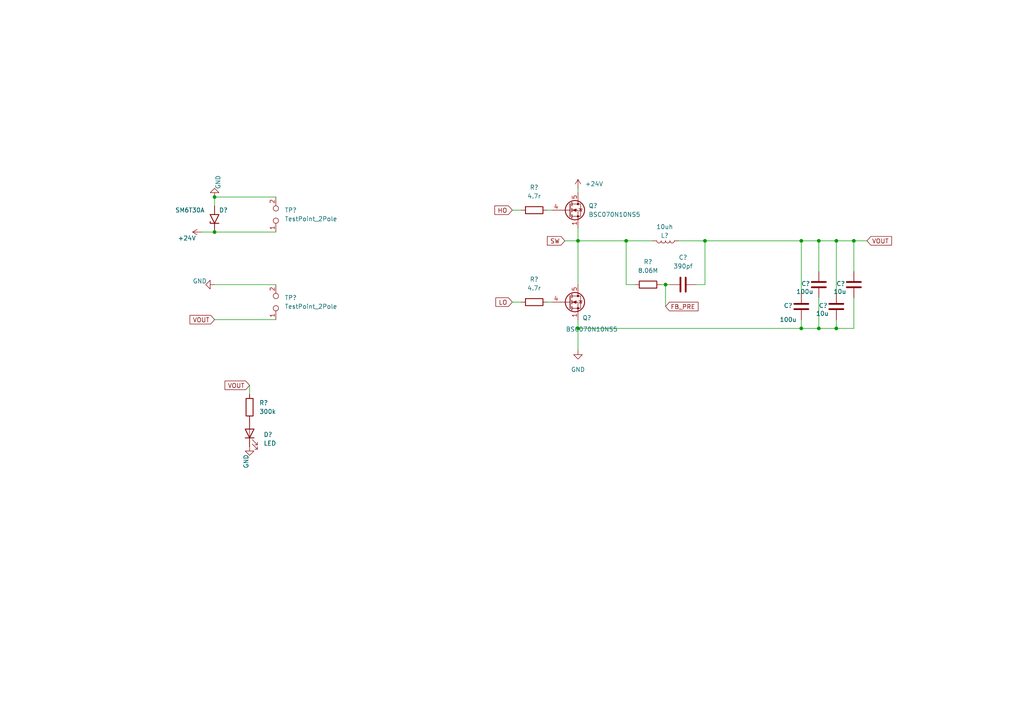
<source format=kicad_sch>
(kicad_sch (version 20211123) (generator eeschema)
  (paper "A4")
  (lib_symbols
    (symbol "Connector:TestPoint_2Pole" (pin_names (offset 0.762) hide)
      (property "Reference" "TP" (at 0 1.524 0))
      (property "Value" "TestPoint_2Pole" (at 0 -1.778 0))
      (symbol "TestPoint_2Pole_0_1"
        (circle (center -1.778 0) (radius 0.762))
        (circle (center 1.778 0) (radius 0.762))
        (pin passive line (at -5.08 0 0) (length 2.54) (name "1") (number "1"))
        (pin passive line (at 5.08 0 180) (length 2.54) (name "2") (number "2"))
      )
    )
    (symbol "Device:C" (pin_numbers hide) (pin_names (offset 0.254))
      (property "Reference" "C" (at 0.635 2.54 0))
      (property "Value" "C" (at 0.635 -2.54 0))
      (symbol "C_0_1"
        (polyline (pts (xy -2.032 -0.762) (xy 2.032 -0.762)) (stroke (width 0.508)))
        (polyline (pts (xy -2.032 0.762) (xy 2.032 0.762)) (stroke (width 0.508)))
      )
      (symbol "C_1_1"
        (pin passive line (at 0 3.81 270) (length 2.794) (name "~") (number "1"))
        (pin passive line (at 0 -3.81 90) (length 2.794) (name "~") (number "2"))
      )
    )
    (symbol "Device:L" (pin_numbers hide) (pin_names (offset 1.016) hide)
      (property "Reference" "L" (at -1.27 0 90))
      (property "Value" "L" (at 1.905 0 90))
      (symbol "L_0_1"
        (arc (start 0 -2.54) (mid 0.635 -1.905) (end 0 -1.27))
        (arc (start 0 -1.27) (mid 0.635 -0.635) (end 0 0))
        (arc (start 0 0) (mid 0.635 0.635) (end 0 1.27))
        (arc (start 0 1.27) (mid 0.635 1.905) (end 0 2.54))
      )
      (symbol "L_1_1"
        (pin passive line (at 0 3.81 270) (length 1.27) (name "1") (number "1"))
        (pin passive line (at 0 -3.81 90) (length 1.27) (name "2") (number "2"))
      )
    )
    (symbol "Device:LED" (pin_numbers hide) (pin_names (offset 1.016) hide)
      (property "Reference" "D" (at 0 2.54 0))
      (property "Value" "LED" (at 0 -2.54 0))
      (symbol "LED_0_1"
        (polyline (pts (xy -1.27 -1.27) (xy -1.27 1.27)) (stroke (width 0.254)))
        (polyline (pts (xy -1.27 0) (xy 1.27 0)))
        (polyline (pts (xy 1.27 -1.27) (xy 1.27 1.27) (xy -1.27 0) (xy 1.27 -1.27)) (stroke (width 0.254)))
        (polyline (pts (xy -3.048 -0.762) (xy -4.572 -2.286) (xy -3.81 -2.286) (xy -4.572 -2.286) (xy -4.572 -1.524)))
        (polyline (pts (xy -1.778 -0.762) (xy -3.302 -2.286) (xy -2.54 -2.286) (xy -3.302 -2.286) (xy -3.302 -1.524)))
      )
      (symbol "LED_1_1"
        (pin passive line (at -3.81 0 0) (length 2.54) (name "K") (number "1"))
        (pin passive line (at 3.81 0 180) (length 2.54) (name "A") (number "2"))
      )
    )
    (symbol "Device:R" (pin_numbers hide) (pin_names (offset 0))
      (property "Reference" "R" (at 2.032 0 90))
      (property "Value" "R" (at 0 0 90))
      (symbol "R_0_1"
        (rectangle (start -1.016 -2.54) (end 1.016 2.54) (stroke (width 0.254)))
      )
      (symbol "R_1_1"
        (pin passive line (at 0 3.81 270) (length 1.27) (name "~") (number "1"))
        (pin passive line (at 0 -3.81 90) (length 1.27) (name "~") (number "2"))
      )
    )
    (symbol "Diode:SM6T30A" (pin_numbers hide) (pin_names (offset 1.016) hide)
      (property "Reference" "D" (at 0 2.54 0))
      (property "Value" "SM6T30A" (at 0 -2.54 0))
      (symbol "SM6T30A_0_1"
        (polyline (pts (xy -0.762 1.27) (xy -1.27 1.27) (xy -1.27 -1.27)) (stroke (width 0.254)))
        (polyline (pts (xy 1.27 1.27) (xy 1.27 -1.27) (xy -1.27 0) (xy 1.27 1.27)) (stroke (width 0.254)))
      )
      (symbol "SM6T30A_1_1"
        (pin passive line (at -3.81 0 0) (length 2.54) (name "A1") (number "1"))
        (pin passive line (at 3.81 0 180) (length 2.54) (name "A2") (number "2"))
      )
    )
    (symbol "Transistor_FET:BSC070N10NS5" (pin_names hide)
      (property "Reference" "Q" (at 5.08 1.905 0))
      (property "Value" "BSC070N10NS5" (at 5.08 0 0))
      (symbol "BSC070N10NS5_0_1"
        (polyline (pts (xy 0.254 0) (xy -2.54 0)))
        (polyline (pts (xy 0.254 1.905) (xy 0.254 -1.905)) (stroke (width 0.254)))
        (polyline (pts (xy 0.762 -1.27) (xy 0.762 -2.286)) (stroke (width 0.254)))
        (polyline (pts (xy 0.762 0.508) (xy 0.762 -0.508)) (stroke (width 0.254)))
        (polyline (pts (xy 0.762 2.286) (xy 0.762 1.27)) (stroke (width 0.254)))
        (polyline (pts (xy 2.54 2.54) (xy 2.54 1.778)))
        (polyline (pts (xy 2.54 -2.54) (xy 2.54 0) (xy 0.762 0)))
        (polyline (pts (xy 0.762 -1.778) (xy 3.302 -1.778) (xy 3.302 1.778) (xy 0.762 1.778)))
        (polyline (pts (xy 1.016 0) (xy 2.032 0.381) (xy 2.032 -0.381) (xy 1.016 0)) (fill (type outline)))
        (polyline (pts (xy 2.794 0.508) (xy 2.921 0.381) (xy 3.683 0.381) (xy 3.81 0.254)))
        (polyline (pts (xy 3.302 0.381) (xy 2.921 -0.254) (xy 3.683 -0.254) (xy 3.302 0.381)))
        (circle (center 1.651 0) (radius 2.794) (stroke (width 0.254)))
        (circle (center 2.54 -1.778) (radius 0.254) (fill (type outline)))
        (circle (center 2.54 1.778) (radius 0.254) (fill (type outline)))
      )
      (symbol "BSC070N10NS5_1_1"
        (pin passive line (at 2.54 -5.08 90) (length 2.54) (name "S") (number "1"))
        (pin passive line (at 2.54 -5.08 90) (length 2.54) hide (name "S") (number "2"))
        (pin passive line (at 2.54 -5.08 90) (length 2.54) hide (name "S") (number "3"))
        (pin passive line (at -5.08 0 0) (length 2.54) (name "G") (number "4"))
        (pin passive line (at 2.54 5.08 270) (length 2.54) (name "D") (number "5"))
      )
    )
    (symbol "power:+24V" (power) (pin_names (offset 0))
      (property "Value" "+24V" (at 0 3.556 0))
      (symbol "+24V_0_1"
        (polyline (pts (xy -0.762 1.27) (xy 0 2.54)))
        (polyline (pts (xy 0 0) (xy 0 2.54)))
        (polyline (pts (xy 0 2.54) (xy 0.762 1.27)))
      )
      (symbol "+24V_1_1"
        (pin power_in line (at 0 0 90) (length 0) hide (name "+24V") (number "1"))
      )
    )
    (symbol "power:GND" (power) (pin_names (offset 0))
      (property "Value" "GND" (at 0 -3.81 0))
      (symbol "GND_0_1"
        (polyline (pts (xy 0 0) (xy 0 -1.27) (xy 1.27 -1.27) (xy 0 -2.54) (xy -1.27 -1.27) (xy 0 -1.27)))
      )
      (symbol "GND_1_1"
        (pin power_in line (at 0 0 270) (length 0) hide (name "GND") (number "1"))
      )
    )
  )
  (junction (at 242.57 95.25))
  (junction (at 204.47 69.85))
  (junction (at 62.23 57.15))
  (junction (at 237.49 95.25))
  (junction (at 181.61 69.85))
  (junction (at 247.65 69.85))
  (junction (at 62.23 67.31))
  (junction (at 232.41 95.25))
  (junction (at 167.64 95.25))
  (junction (at 232.41 69.85))
  (junction (at 237.49 69.85))
  (junction (at 193.04 82.55))
  (junction (at 242.57 69.85))
  (junction (at 167.64 69.85))
  (wire (pts (xy 247.65 69.85) (xy 251.46 69.85)))
  (wire (pts (xy 247.65 86.36) (xy 247.65 95.25)))
  (wire (pts (xy 193.04 82.55) (xy 194.31 82.55)))
  (wire (pts (xy 201.93 82.55) (xy 204.47 82.55)))
  (wire (pts (xy 242.57 92.71) (xy 242.57 95.25)))
  (wire (pts (xy 237.49 69.85) (xy 237.49 78.74)))
  (wire (pts (xy 167.64 54.61) (xy 167.64 55.88)))
  (wire (pts (xy 167.64 69.85) (xy 167.64 82.55)))
  (wire (pts (xy 237.49 95.25) (xy 242.57 95.25)))
  (wire (pts (xy 232.41 95.25) (xy 237.49 95.25)))
  (wire (pts (xy 191.77 82.55) (xy 193.04 82.55)))
  (wire (pts (xy 237.49 86.36) (xy 237.49 95.25)))
  (wire (pts (xy 232.41 95.25) (xy 167.64 95.25)))
  (wire (pts (xy 167.64 69.85) (xy 181.61 69.85)))
  (wire (pts (xy 163.83 69.85) (xy 167.64 69.85)))
  (wire (pts (xy 247.65 95.25) (xy 242.57 95.25)))
  (wire (pts (xy 232.41 92.71) (xy 232.41 95.25)))
  (wire (pts (xy 158.75 60.96) (xy 160.02 60.96)))
  (wire (pts (xy 232.41 69.85) (xy 237.49 69.85)))
  (wire (pts (xy 62.23 82.55) (xy 80.01 82.55)))
  (wire (pts (xy 196.85 69.85) (xy 204.47 69.85)))
  (wire (pts (xy 58.42 67.31) (xy 62.23 67.31)))
  (wire (pts (xy 62.23 57.15) (xy 80.01 57.15)))
  (wire (pts (xy 237.49 69.85) (xy 242.57 69.85)))
  (wire (pts (xy 167.64 92.71) (xy 167.64 95.25)))
  (wire (pts (xy 204.47 69.85) (xy 232.41 69.85)))
  (wire (pts (xy 242.57 69.85) (xy 242.57 85.09)))
  (wire (pts (xy 193.04 82.55) (xy 193.04 88.9)))
  (wire (pts (xy 184.15 82.55) (xy 181.61 82.55)))
  (wire (pts (xy 158.75 87.63) (xy 160.02 87.63)))
  (wire (pts (xy 204.47 69.85) (xy 204.47 82.55)))
  (wire (pts (xy 148.59 87.63) (xy 151.13 87.63)))
  (wire (pts (xy 181.61 69.85) (xy 181.61 82.55)))
  (wire (pts (xy 62.23 92.71) (xy 80.01 92.71)))
  (wire (pts (xy 167.64 66.04) (xy 167.64 69.85)))
  (wire (pts (xy 62.23 67.31) (xy 80.01 67.31)))
  (wire (pts (xy 247.65 69.85) (xy 247.65 78.74)))
  (wire (pts (xy 148.59 60.96) (xy 151.13 60.96)))
  (wire (pts (xy 167.64 95.25) (xy 167.64 101.6)))
  (wire (pts (xy 232.41 69.85) (xy 232.41 85.09)))
  (wire (pts (xy 181.61 69.85) (xy 189.23 69.85)))
  (wire (pts (xy 62.23 57.15) (xy 62.23 59.69)))
  (wire (pts (xy 242.57 69.85) (xy 247.65 69.85)))
  (wire (pts (xy 72.39 111.76) (xy 72.39 114.3)))
  (global_label "HO" (shape input) (at 148.59 60.96 180) (property "Intersheet References" "${INTERSHEET_REFS}" (effects hide)))
  (global_label "FB_PRE" (shape input) (at 193.04 88.9 0) (property "Intersheet References" "${INTERSHEET_REFS}" (effects hide)))
  (global_label "LO" (shape input) (at 148.59 87.63 180) (property "Intersheet References" "${INTERSHEET_REFS}" (effects hide)))
  (global_label "VOUT" (shape input) (at 62.23 92.71 180) (property "Intersheet References" "${INTERSHEET_REFS}" (effects hide)))
  (global_label "VOUT" (shape input) (at 72.39 111.76 180) (property "Intersheet References" "${INTERSHEET_REFS}" (effects hide)))
  (global_label "VOUT" (shape input) (at 251.46 69.85 0) (property "Intersheet References" "${INTERSHEET_REFS}" (effects hide)))
  (global_label "SW" (shape input) (at 163.83 69.85 180) (property "Intersheet References" "${INTERSHEET_REFS}" (effects hide)))
  (symbol (lib_id "power:+24V") (at 167.64 54.61 0) (unit 1)
    (property "Reference" "#PWR?" (effects hide))
    (property "Value" "+24V" (at 169.672 53.3399 0) (effects (justify left)))
  )
  (symbol (lib_id "power:GND") (at 62.23 57.15 180) (unit 1)
    (property "Reference" "#PWR?" (effects hide))
    (property "Value" "GND" (at 63.246 50.8 90) (effects (justify left)))
  )
  (symbol (lib_id "Transistor_FET:BSC070N10NS5") (at 165.1 87.63 0) (unit 1)
    (property "Reference" "Q?" (at 168.91 92.202 0) (effects (justify left)))
    (property "Value" "BSC070N10NS5" (at 164.084 95.504 0) (effects (justify left)))
    (property "Footprint" "Package_TO_SOT_SMD:TDSON-8-1" (effects hide))
    (property "Datasheet" "http://www.infineon.com/dgdl/Infineon-BSC070N10NS5-DS-v02_01-EN.pdf?fileId=5546d4624a0bf290014a0fc62d9d6b3c" (effects hide))
  )
  (symbol (lib_id "Device:L") (at 193.04 69.85 270) (unit 1)
    (property "Reference" "L?" (at 192.786 68.326 90))
    (property "Value" "10uh" (at 192.786 65.786 90))
    (property "Footprint" "0_RM2023:Inductor_RM6" (effects hide))
  )
  (symbol (lib_id "power:+24V") (at 58.42 67.31 90) (unit 1)
    (property "Reference" "#PWR?" (effects hide))
    (property "Value" "+24V" (at 51.562 69.088 90) (effects (justify right)))
  )
  (symbol (lib_id "Device:C") (at 237.49 82.55 180) (unit 1)
    (property "Reference" "C?" (at 233.68 82.296 0))
    (property "Value" "100u" (at 233.426 84.582 0))
    (property "Footprint" "Capacitor_SMD:C_1206_3216Metric" (effects hide))
  )
  (symbol (lib_id "power:GND") (at 62.23 82.55 270) (unit 1)
    (property "Reference" "#PWR?" (effects hide))
    (property "Value" "GND" (at 55.88 81.534 90) (effects (justify left)))
  )
  (symbol (lib_id "power:GND") (at 167.64 101.6 0) (unit 1)
    (property "Reference" "#PWR?" (effects hide))
    (property "Value" "GND" (at 167.64 107.188 0))
  )
  (symbol (lib_id "Device:C") (at 232.41 88.9 180) (unit 1)
    (property "Reference" "C?" (at 228.6 88.646 0))
    (property "Value" "100u" (at 228.6 92.71 0))
    (property "Footprint" "Capacitor_SMD:C_1206_3216Metric" (effects hide))
  )
  (symbol (lib_id "Device:C") (at 242.57 88.9 180) (unit 1)
    (property "Reference" "C?" (at 238.76 88.646 0))
    (property "Value" "10u" (at 238.506 90.932 0))
    (property "Footprint" "Capacitor_SMD:C_1206_3216Metric" (effects hide))
  )
  (symbol (lib_id "Connector:TestPoint_2Pole") (at 80.01 62.23 90) (unit 1)
    (property "Reference" "TP?" (at 82.55 60.9599 90) (effects (justify right)))
    (property "Value" "TestPoint_2Pole" (at 82.55 63.4999 90) (effects (justify right)))
    (property "Footprint" "TestPoint:TestPoint_2Pads_Pitch5.08mm_Drill1.3mm" (effects hide))
  )
  (symbol (lib_id "Device:R") (at 154.94 60.96 90) (unit 1)
    (property "Reference" "R?" (at 154.94 54.356 90))
    (property "Value" "4.7r" (at 154.94 56.896 90))
    (property "Footprint" "Resistor_SMD:R_0603_1608Metric" (effects hide))
  )
  (symbol (lib_id "Device:C") (at 247.65 82.55 180) (unit 1)
    (property "Reference" "C?" (at 243.84 82.296 0))
    (property "Value" "10u" (at 243.586 84.582 0))
    (property "Footprint" "Capacitor_SMD:C_1206_3216Metric" (effects hide))
  )
  (symbol (lib_id "Device:R") (at 187.96 82.55 90) (unit 1)
    (property "Reference" "R?" (at 187.96 75.946 90))
    (property "Value" "8.06M" (at 187.96 78.486 90))
    (property "Footprint" "Resistor_SMD:R_0603_1608Metric" (effects hide))
  )
  (symbol (lib_id "Connector:TestPoint_2Pole") (at 80.01 87.63 90) (unit 1)
    (property "Reference" "TP?" (at 82.55 86.3599 90) (effects (justify right)))
    (property "Value" "TestPoint_2Pole" (at 82.55 88.8999 90) (effects (justify right)))
    (property "Footprint" "TestPoint:TestPoint_2Pads_Pitch5.08mm_Drill1.3mm" (effects hide))
  )
  (symbol (lib_id "Device:R") (at 154.94 87.63 90) (unit 1)
    (property "Reference" "R?" (at 154.94 81.026 90))
    (property "Value" "4.7r" (at 154.94 83.566 90))
    (property "Footprint" "Resistor_SMD:R_0603_1608Metric" (effects hide))
  )
  (symbol (lib_id "Device:R") (at 72.39 118.11 0) (unit 1)
    (property "Reference" "R?" (at 75.184 116.8399 0) (effects (justify left)))
    (property "Value" "300k" (at 75.184 119.3799 0) (effects (justify left)))
    (property "Footprint" "Resistor_SMD:R_0603_1608Metric" (effects hide))
  )
  (symbol (lib_id "power:GND") (at 72.39 129.54 0) (unit 1)
    (property "Reference" "#PWR?" (effects hide))
    (property "Value" "GND" (at 71.374 135.89 90) (effects (justify left)))
  )
  (symbol (lib_id "Device:C") (at 198.12 82.55 90) (unit 1)
    (property "Reference" "C?" (at 198.12 74.676 90))
    (property "Value" "390pf" (at 198.12 77.216 90))
    (property "Footprint" "Capacitor_SMD:C_0603_1608Metric" (effects hide))
  )
  (symbol (lib_id "Device:LED") (at 72.39 125.73 90) (unit 1)
    (property "Reference" "D?" (at 76.454 126.0474 90) (effects (justify right)))
    (property "Value" "LED" (at 76.454 128.5874 90) (effects (justify right)))
    (property "Footprint" "LED_SMD:LED_0603_1608Metric" (effects hide))
  )
  (symbol (lib_id "Transistor_FET:BSC070N10NS5") (at 165.1 60.96 0) (unit 1)
    (property "Reference" "Q?" (at 170.688 59.6899 0) (effects (justify left)))
    (property "Value" "BSC070N10NS5" (at 170.688 62.2299 0) (effects (justify left)))
    (property "Footprint" "Package_TO_SOT_SMD:TDSON-8-1" (effects hide))
    (property "Datasheet" "http://www.infineon.com/dgdl/Infineon-BSC070N10NS5-DS-v02_01-EN.pdf?fileId=5546d4624a0bf290014a0fc62d9d6b3c" (effects hide))
  )
  (symbol (lib_id "Diode:SM6T30A") (at 62.23 63.5 90) (unit 1)
    (property "Reference" "D?" (at 63.5 60.96 90) (effects (justify right)))
    (property "Value" "SM6T30A" (at 50.8 60.96 90) (effects (justify right)))
    (property "Footprint" "Diode_SMD:D_SMA-SMB_Universal_Handsoldering" (effects hide))
    (property "Datasheet" "https://www.st.com/resource/en/datasheet/sm6t.pdf" (effects hide))
  )
)
</source>
